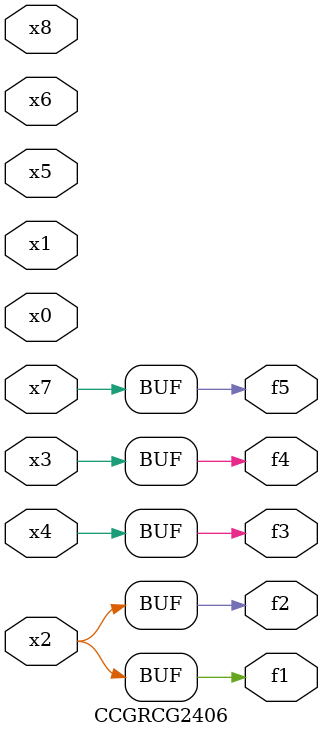
<source format=v>
module CCGRCG2406(
	input x0, x1, x2, x3, x4, x5, x6, x7, x8,
	output f1, f2, f3, f4, f5
);
	assign f1 = x2;
	assign f2 = x2;
	assign f3 = x4;
	assign f4 = x3;
	assign f5 = x7;
endmodule

</source>
